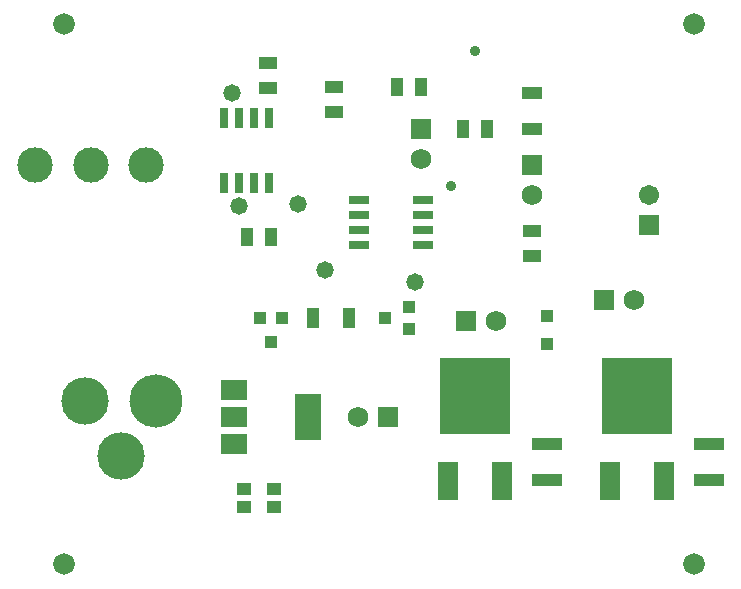
<source format=gts>
G04 Layer_Color=8388736*
%FSLAX25Y25*%
%MOIN*%
G70*
G01*
G75*
%ADD37C,0.03500*%
%ADD48R,0.03950X0.04343*%
%ADD49R,0.04343X0.06115*%
%ADD50R,0.06115X0.04343*%
%ADD51R,0.09855X0.04343*%
%ADD52R,0.06706X0.04343*%
%ADD53R,0.04343X0.04343*%
%ADD54R,0.06784X0.03162*%
%ADD55R,0.03162X0.06784*%
%ADD56R,0.04343X0.06706*%
%ADD57R,0.08674X0.06706*%
%ADD58R,0.08674X0.15761*%
%ADD59R,0.05131X0.03950*%
%ADD60R,0.04343X0.03950*%
%ADD61R,0.07099X0.12611*%
%ADD62R,0.23635X0.25210*%
%ADD63C,0.15800*%
%ADD64C,0.17729*%
%ADD65C,0.07200*%
%ADD66C,0.06800*%
%ADD67R,0.06800X0.06800*%
%ADD68C,0.06706*%
%ADD69R,0.06706X0.06706*%
%ADD70C,0.11824*%
%ADD71R,0.06800X0.06800*%
%ADD72C,0.05800*%
D37*
X157000Y191000D02*
D03*
X149000Y146000D02*
D03*
D48*
X89000Y94063D02*
D03*
X85260Y101937D02*
D03*
X92740D02*
D03*
D49*
X89134Y129000D02*
D03*
X80866D02*
D03*
X152866Y165000D02*
D03*
X161134D02*
D03*
X139134Y179000D02*
D03*
X130866D02*
D03*
D50*
X176000Y122866D02*
D03*
Y131134D02*
D03*
X110000Y170866D02*
D03*
Y179134D02*
D03*
X88000Y178866D02*
D03*
Y187134D02*
D03*
D51*
X181000Y47898D02*
D03*
Y60102D02*
D03*
X235000Y47898D02*
D03*
Y60102D02*
D03*
D52*
X176000Y177102D02*
D03*
Y164898D02*
D03*
D53*
X181000Y102724D02*
D03*
Y93276D02*
D03*
D54*
X118213Y141500D02*
D03*
Y136500D02*
D03*
Y131500D02*
D03*
Y126500D02*
D03*
X139787Y141500D02*
D03*
Y136500D02*
D03*
Y131500D02*
D03*
Y126500D02*
D03*
D55*
X88500Y168787D02*
D03*
X83500D02*
D03*
X78500D02*
D03*
X73500D02*
D03*
X88500Y147213D02*
D03*
X83500D02*
D03*
X78500D02*
D03*
X73500D02*
D03*
D56*
X102898Y102000D02*
D03*
X115102D02*
D03*
D57*
X76598Y78055D02*
D03*
Y69000D02*
D03*
Y59945D02*
D03*
D58*
X101402Y69000D02*
D03*
D59*
X90118Y39047D02*
D03*
Y44953D02*
D03*
X79882D02*
D03*
Y39047D02*
D03*
D60*
X127063Y102000D02*
D03*
X134937Y105740D02*
D03*
Y98260D02*
D03*
D61*
X147984Y47717D02*
D03*
X166016D02*
D03*
X201984D02*
D03*
X220016D02*
D03*
D62*
X157000Y75984D02*
D03*
X211000D02*
D03*
D63*
X27189Y74504D02*
D03*
X39000Y56000D02*
D03*
D64*
X50811Y74504D02*
D03*
D65*
X230000Y200000D02*
D03*
X20000D02*
D03*
X230000Y20000D02*
D03*
X20000D02*
D03*
D66*
X164000Y101000D02*
D03*
X118000Y69000D02*
D03*
X210000Y108000D02*
D03*
X139000Y155000D02*
D03*
X176000Y143000D02*
D03*
D67*
X154000Y101000D02*
D03*
X128000Y69000D02*
D03*
X200000Y108000D02*
D03*
D68*
X215000Y143000D02*
D03*
D69*
Y133000D02*
D03*
D70*
X10496Y153000D02*
D03*
X29000D02*
D03*
X47504D02*
D03*
D71*
X139000Y165000D02*
D03*
X176000Y153000D02*
D03*
D72*
X78500Y139500D02*
D03*
X76000Y177000D02*
D03*
X98000Y140000D02*
D03*
X107000Y118000D02*
D03*
X137000Y114000D02*
D03*
M02*

</source>
